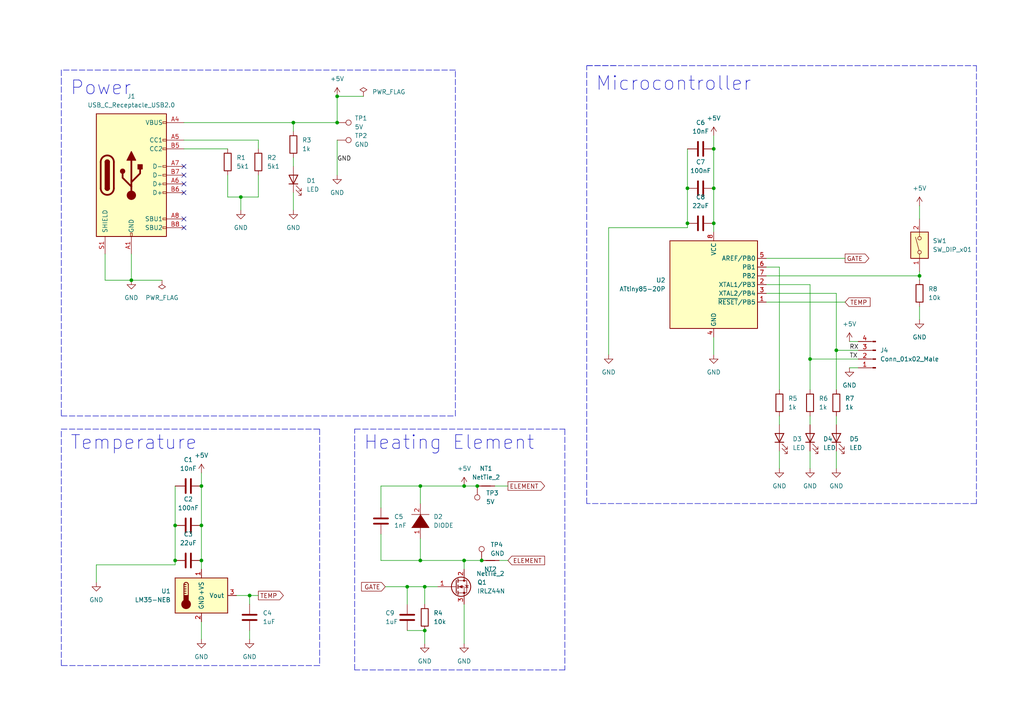
<source format=kicad_sch>
(kicad_sch (version 20211123) (generator eeschema)
  (paper "A4")
  (title_block (title "Mug Warmer Plate") (date "2022-05-13") (rev "0.1") (company "KMBS Labs"))
  (lib_symbols
    (symbol "Connector:Conn_01x04_Male" (pin_names (offset 1.016) hide)
      (property "Reference" "J" (at 0 5.08 0))
      (property "Value" "Conn_01x04_Male" (at 0 -7.62 0))
      (symbol "Conn_01x04_Male_1_1"
        (polyline (pts (xy 1.27 -5.08) (xy 0.8636 -5.08)) (stroke (width 0.1524)))
        (polyline (pts (xy 1.27 -2.54) (xy 0.8636 -2.54)) (stroke (width 0.1524)))
        (polyline (pts (xy 1.27 0) (xy 0.8636 0)) (stroke (width 0.1524)))
        (polyline (pts (xy 1.27 2.54) (xy 0.8636 2.54)) (stroke (width 0.1524)))
        (rectangle (start 0.8636 -4.953) (end 0 -5.207) (stroke (width 0.1524)) (fill (type outline)))
        (rectangle (start 0.8636 -2.413) (end 0 -2.667) (stroke (width 0.1524)) (fill (type outline)))
        (rectangle (start 0.8636 0.127) (end 0 -0.127) (stroke (width 0.1524)) (fill (type outline)))
        (rectangle (start 0.8636 2.667) (end 0 2.413) (stroke (width 0.1524)) (fill (type outline)))
        (pin passive line (at 5.08 2.54 180) (length 3.81) (name "Pin_1") (number "1"))
        (pin passive line (at 5.08 0 180) (length 3.81) (name "Pin_2") (number "2"))
        (pin passive line (at 5.08 -2.54 180) (length 3.81) (name "Pin_3") (number "3"))
        (pin passive line (at 5.08 -5.08 180) (length 3.81) (name "Pin_4") (number "4"))
      )
    )
    (symbol "Connector:TestPoint" (pin_numbers hide) (pin_names (offset 0.762) hide)
      (property "Reference" "TP" (at 0 6.858 0))
      (property "Value" "TestPoint" (at 0 5.08 0))
      (symbol "TestPoint_0_1"
        (circle (center 0 3.302) (radius 0.762))
      )
      (symbol "TestPoint_1_1"
        (pin passive line (at 0 0 90) (length 2.54) (name "1") (number "1"))
      )
    )
    (symbol "Connector:USB_C_Receptacle_USB2.0" (pin_names (offset 1.016))
      (property "Reference" "J" (at -10.16 19.05 0))
      (property "Value" "USB_C_Receptacle_USB2.0" (at 19.05 19.05 0))
      (symbol "USB_C_Receptacle_USB2.0_0_0"
        (rectangle (start -0.254 -17.78) (end 0.254 -16.764))
        (rectangle (start 10.16 -14.986) (end 9.144 -15.494))
        (rectangle (start 10.16 -12.446) (end 9.144 -12.954))
        (rectangle (start 10.16 -4.826) (end 9.144 -5.334))
        (rectangle (start 10.16 -2.286) (end 9.144 -2.794))
        (rectangle (start 10.16 0.254) (end 9.144 -0.254))
        (rectangle (start 10.16 2.794) (end 9.144 2.286))
        (rectangle (start 10.16 7.874) (end 9.144 7.366))
        (rectangle (start 10.16 10.414) (end 9.144 9.906))
        (rectangle (start 10.16 15.494) (end 9.144 14.986))
      )
      (symbol "USB_C_Receptacle_USB2.0_0_1"
        (rectangle (start -10.16 17.78) (end 10.16 -17.78) (stroke (width 0.254)) (fill (type background)))
        (arc (start -8.89 -3.81) (mid -6.985 -5.715) (end -5.08 -3.81) (stroke (width 0.508)))
        (arc (start -7.62 -3.81) (mid -6.985 -4.445) (end -6.35 -3.81) (stroke (width 0.254)))
        (arc (start -7.62 -3.81) (mid -6.985 -4.445) (end -6.35 -3.81) (stroke (width 0.254)) (fill (type outline)))
        (rectangle (start -7.62 -3.81) (end -6.35 3.81) (stroke (width 0.254)) (fill (type outline)))
        (arc (start -6.35 3.81) (mid -6.985 4.445) (end -7.62 3.81) (stroke (width 0.254)))
        (arc (start -6.35 3.81) (mid -6.985 4.445) (end -7.62 3.81) (stroke (width 0.254)) (fill (type outline)))
        (arc (start -5.08 3.81) (mid -6.985 5.715) (end -8.89 3.81) (stroke (width 0.508)))
        (circle (center -2.54 1.143) (radius 0.635) (stroke (width 0.254)) (fill (type outline)))
        (circle (center 0 -5.842) (radius 1.27) (fill (type outline)))
        (polyline (pts (xy -8.89 -3.81) (xy -8.89 3.81)) (stroke (width 0.508)))
        (polyline (pts (xy -5.08 3.81) (xy -5.08 -3.81)) (stroke (width 0.508)))
        (polyline (pts (xy 0 -5.842) (xy 0 4.318)) (stroke (width 0.508)))
        (polyline (pts (xy 0 -3.302) (xy -2.54 -0.762) (xy -2.54 0.508)) (stroke (width 0.508)))
        (polyline (pts (xy 0 -2.032) (xy 2.54 0.508) (xy 2.54 1.778)) (stroke (width 0.508)))
        (polyline (pts (xy -1.27 4.318) (xy 0 6.858) (xy 1.27 4.318) (xy -1.27 4.318)) (stroke (width 0.254)) (fill (type outline)))
        (rectangle (start 1.905 1.778) (end 3.175 3.048) (stroke (width 0.254)) (fill (type outline)))
      )
      (symbol "USB_C_Receptacle_USB2.0_1_1"
        (pin passive line (at 0 -22.86 90) (length 5.08) (name "GND") (number "A1"))
        (pin passive line (at 0 -22.86 90) (length 5.08) hide (name "GND") (number "A12"))
        (pin passive line (at 15.24 15.24 180) (length 5.08) (name "VBUS") (number "A4"))
        (pin bidirectional line (at 15.24 10.16 180) (length 5.08) (name "CC1") (number "A5"))
        (pin bidirectional line (at 15.24 -2.54 180) (length 5.08) (name "D+") (number "A6"))
        (pin bidirectional line (at 15.24 2.54 180) (length 5.08) (name "D-") (number "A7"))
        (pin bidirectional line (at 15.24 -12.7 180) (length 5.08) (name "SBU1") (number "A8"))
        (pin passive line (at 15.24 15.24 180) (length 5.08) hide (name "VBUS") (number "A9"))
        (pin passive line (at 0 -22.86 90) (length 5.08) hide (name "GND") (number "B1"))
        (pin passive line (at 0 -22.86 90) (length 5.08) hide (name "GND") (number "B12"))
        (pin passive line (at 15.24 15.24 180) (length 5.08) hide (name "VBUS") (number "B4"))
        (pin bidirectional line (at 15.24 7.62 180) (length 5.08) (name "CC2") (number "B5"))
        (pin bidirectional line (at 15.24 -5.08 180) (length 5.08) (name "D+") (number "B6"))
        (pin bidirectional line (at 15.24 0 180) (length 5.08) (name "D-") (number "B7"))
        (pin bidirectional line (at 15.24 -15.24 180) (length 5.08) (name "SBU2") (number "B8"))
        (pin passive line (at 15.24 15.24 180) (length 5.08) hide (name "VBUS") (number "B9"))
        (pin passive line (at -7.62 -22.86 90) (length 5.08) (name "SHIELD") (number "S1"))
      )
    )
    (symbol "Device:C" (pin_numbers hide) (pin_names (offset 0.254))
      (property "Reference" "C" (at 0.635 2.54 0))
      (property "Value" "C" (at 0.635 -2.54 0))
      (symbol "C_0_1"
        (polyline (pts (xy -2.032 -0.762) (xy 2.032 -0.762)) (stroke (width 0.508)))
        (polyline (pts (xy -2.032 0.762) (xy 2.032 0.762)) (stroke (width 0.508)))
      )
      (symbol "C_1_1"
        (pin passive line (at 0 3.81 270) (length 2.794) (name "~") (number "1"))
        (pin passive line (at 0 -3.81 90) (length 2.794) (name "~") (number "2"))
      )
    )
    (symbol "Device:LED" (pin_numbers hide) (pin_names (offset 1.016) hide)
      (property "Reference" "D" (at 0 2.54 0))
      (property "Value" "LED" (at 0 -2.54 0))
      (symbol "LED_0_1"
        (polyline (pts (xy -1.27 -1.27) (xy -1.27 1.27)) (stroke (width 0.254)))
        (polyline (pts (xy -1.27 0) (xy 1.27 0)))
        (polyline (pts (xy 1.27 -1.27) (xy 1.27 1.27) (xy -1.27 0) (xy 1.27 -1.27)) (stroke (width 0.254)))
        (polyline (pts (xy -3.048 -0.762) (xy -4.572 -2.286) (xy -3.81 -2.286) (xy -4.572 -2.286) (xy -4.572 -1.524)))
        (polyline (pts (xy -1.778 -0.762) (xy -3.302 -2.286) (xy -2.54 -2.286) (xy -3.302 -2.286) (xy -3.302 -1.524)))
      )
      (symbol "LED_1_1"
        (pin passive line (at -3.81 0 0) (length 2.54) (name "K") (number "1"))
        (pin passive line (at 3.81 0 180) (length 2.54) (name "A") (number "2"))
      )
    )
    (symbol "Device:NetTie_2" (pin_numbers hide) (pin_names (offset 0) hide)
      (property "Reference" "NT" (at 0 1.27 0))
      (property "Value" "NetTie_2" (at 0 -1.27 0))
      (symbol "NetTie_2_0_1"
        (polyline (pts (xy -1.27 0) (xy 1.27 0)) (stroke (width 0.254)))
      )
      (symbol "NetTie_2_1_1"
        (pin passive line (at -2.54 0 0) (length 2.54) (name "1") (number "1"))
        (pin passive line (at 2.54 0 180) (length 2.54) (name "2") (number "2"))
      )
    )
    (symbol "Device:R" (pin_numbers hide) (pin_names (offset 0))
      (property "Reference" "R" (at 2.032 0 90))
      (property "Value" "R" (at 0 0 90))
      (symbol "R_0_1"
        (rectangle (start -1.016 -2.54) (end 1.016 2.54) (stroke (width 0.254)))
      )
      (symbol "R_1_1"
        (pin passive line (at 0 3.81 270) (length 1.27) (name "~") (number "1"))
        (pin passive line (at 0 -3.81 90) (length 1.27) (name "~") (number "2"))
      )
    )
    (symbol "MCU_Microchip_ATtiny:ATtiny85-20P"
      (property "Reference" "U" (at -12.7 13.97 0))
      (property "Value" "ATtiny85-20P" (at 2.54 -13.97 0))
      (symbol "ATtiny85-20P_0_1"
        (rectangle (start -12.7 -12.7) (end 12.7 12.7) (stroke (width 0.254)) (fill (type background)))
      )
      (symbol "ATtiny85-20P_1_1"
        (pin bidirectional line (at 15.24 -5.08 180) (length 2.54) (name "~{RESET}/PB5") (number "1"))
        (pin bidirectional line (at 15.24 0 180) (length 2.54) (name "XTAL1/PB3") (number "2"))
        (pin bidirectional line (at 15.24 -2.54 180) (length 2.54) (name "XTAL2/PB4") (number "3"))
        (pin power_in line (at 0 -15.24 90) (length 2.54) (name "GND") (number "4"))
        (pin bidirectional line (at 15.24 7.62 180) (length 2.54) (name "AREF/PB0") (number "5"))
        (pin bidirectional line (at 15.24 5.08 180) (length 2.54) (name "PB1") (number "6"))
        (pin bidirectional line (at 15.24 2.54 180) (length 2.54) (name "PB2") (number "7"))
        (pin power_in line (at 0 15.24 270) (length 2.54) (name "VCC") (number "8"))
      )
    )
    (symbol "Sensor_Temperature:LM35-NEB" (pin_names (offset 1.016))
      (property "Reference" "U" (at -6.35 6.35 0))
      (property "Value" "LM35-NEB" (at 1.27 6.35 0))
      (symbol "LM35-NEB_0_1"
        (rectangle (start -7.62 5.08) (end 7.62 -5.08) (stroke (width 0.254)) (fill (type background)))
        (circle (center -4.445 -2.54) (radius 1.27) (stroke (width 0.254)) (fill (type outline)))
        (rectangle (start -3.81 -1.905) (end -5.08 0) (stroke (width 0.254)) (fill (type outline)))
        (arc (start -3.81 3.175) (mid -4.445 3.81) (end -5.08 3.175) (stroke (width 0.254)))
        (polyline (pts (xy -5.08 0.635) (xy -4.445 0.635)) (stroke (width 0.254)))
        (polyline (pts (xy -5.08 1.27) (xy -4.445 1.27)) (stroke (width 0.254)))
        (polyline (pts (xy -5.08 1.905) (xy -4.445 1.905)) (stroke (width 0.254)))
        (polyline (pts (xy -5.08 2.54) (xy -4.445 2.54)) (stroke (width 0.254)))
        (polyline (pts (xy -5.08 3.175) (xy -5.08 0)) (stroke (width 0.254)))
        (polyline (pts (xy -5.08 3.175) (xy -4.445 3.175)) (stroke (width 0.254)))
        (polyline (pts (xy -3.81 3.175) (xy -3.81 0)) (stroke (width 0.254)))
      )
      (symbol "LM35-NEB_1_1"
        (pin power_in line (at 0 7.62 270) (length 2.54) (name "+VS") (number "1"))
        (pin power_in line (at 0 -7.62 90) (length 2.54) (name "GND") (number "2"))
        (pin output line (at 10.16 0 180) (length 2.54) (name "Vout") (number "3"))
      )
    )
    (symbol "Switch:SW_DIP_x01" (pin_names (offset 0) hide)
      (property "Reference" "SW" (at 0 3.81 0))
      (property "Value" "SW_DIP_x01" (at 0 -3.81 0))
      (symbol "SW_DIP_x01_0_0"
        (circle (center -2.032 0) (radius 0.508))
        (polyline (pts (xy -1.524 0.127) (xy 2.3622 1.1684)))
        (circle (center 2.032 0) (radius 0.508))
      )
      (symbol "SW_DIP_x01_0_1"
        (rectangle (start -3.81 2.54) (end 3.81 -2.54) (stroke (width 0.254)) (fill (type background)))
      )
      (symbol "SW_DIP_x01_1_1"
        (pin passive line (at -7.62 0 0) (length 5.08) (name "~") (number "1"))
        (pin passive line (at 7.62 0 180) (length 5.08) (name "~") (number "2"))
      )
    )
    (symbol "Transistor_FET:IRLZ44N" (pin_names hide)
      (property "Reference" "Q" (at 6.35 1.905 0))
      (property "Value" "IRLZ44N" (at 6.35 0 0))
      (symbol "IRLZ44N_0_1"
        (polyline (pts (xy 0.254 0) (xy -2.54 0)))
        (polyline (pts (xy 0.254 1.905) (xy 0.254 -1.905)) (stroke (width 0.254)))
        (polyline (pts (xy 0.762 -1.27) (xy 0.762 -2.286)) (stroke (width 0.254)))
        (polyline (pts (xy 0.762 0.508) (xy 0.762 -0.508)) (stroke (width 0.254)))
        (polyline (pts (xy 0.762 2.286) (xy 0.762 1.27)) (stroke (width 0.254)))
        (polyline (pts (xy 2.54 2.54) (xy 2.54 1.778)))
        (polyline (pts (xy 2.54 -2.54) (xy 2.54 0) (xy 0.762 0)))
        (polyline (pts (xy 0.762 -1.778) (xy 3.302 -1.778) (xy 3.302 1.778) (xy 0.762 1.778)))
        (polyline (pts (xy 1.016 0) (xy 2.032 0.381) (xy 2.032 -0.381) (xy 1.016 0)) (fill (type outline)))
        (polyline (pts (xy 2.794 0.508) (xy 2.921 0.381) (xy 3.683 0.381) (xy 3.81 0.254)))
        (polyline (pts (xy 3.302 0.381) (xy 2.921 -0.254) (xy 3.683 -0.254) (xy 3.302 0.381)))
        (circle (center 1.651 0) (radius 2.794) (stroke (width 0.254)))
        (circle (center 2.54 -1.778) (radius 0.254) (fill (type outline)))
        (circle (center 2.54 1.778) (radius 0.254) (fill (type outline)))
      )
      (symbol "IRLZ44N_1_1"
        (pin input line (at -5.08 0 0) (length 2.54) (name "G") (number "1"))
        (pin passive line (at 2.54 5.08 270) (length 2.54) (name "D") (number "2"))
        (pin passive line (at 2.54 -5.08 90) (length 2.54) (name "S") (number "3"))
      )
    )
    (symbol "power:+5V" (power) (pin_names (offset 0))
      (property "Value" "+5V" (at 0 3.556 0))
      (symbol "+5V_0_1"
        (polyline (pts (xy -0.762 1.27) (xy 0 2.54)))
        (polyline (pts (xy 0 0) (xy 0 2.54)))
        (polyline (pts (xy 0 2.54) (xy 0.762 1.27)))
      )
      (symbol "+5V_1_1"
        (pin power_in line (at 0 0 90) (length 0) hide (name "+5V") (number "1"))
      )
    )
    (symbol "power:GND" (power) (pin_names (offset 0))
      (property "Value" "GND" (at 0 -3.81 0))
      (symbol "GND_0_1"
        (polyline (pts (xy 0 0) (xy 0 -1.27) (xy 1.27 -1.27) (xy 0 -2.54) (xy -1.27 -1.27) (xy 0 -1.27)))
      )
      (symbol "GND_1_1"
        (pin power_in line (at 0 0 270) (length 0) hide (name "GND") (number "1"))
      )
    )
    (symbol "power:PWR_FLAG" (power) (pin_numbers hide) (pin_names (offset 0) hide)
      (property "Value" "PWR_FLAG" (at 0 3.81 0))
      (symbol "PWR_FLAG_0_0"
        (pin power_out line (at 0 0 90) (length 0) (name "pwr") (number "1"))
      )
      (symbol "PWR_FLAG_0_1"
        (polyline (pts (xy 0 0) (xy 0 1.27) (xy -1.016 1.905) (xy 0 2.54) (xy 1.016 1.905) (xy 0 1.27)))
      )
    )
    (symbol "pspice:DIODE" (pin_names (offset 1.016) hide)
      (property "Reference" "D" (at 0 3.81 0))
      (property "Value" "DIODE" (at 0 -4.445 0))
      (symbol "DIODE_0_1"
        (polyline (pts (xy 1.905 2.54) (xy 1.905 -2.54)))
        (polyline (pts (xy -1.905 2.54) (xy -1.905 -2.54) (xy 1.905 0)) (fill (type outline)))
      )
      (symbol "DIODE_1_1"
        (pin input line (at -5.08 0 0) (length 3.81) (name "K") (number "1"))
        (pin input line (at 5.08 0 180) (length 3.81) (name "A") (number "2"))
      )
    )
  )
  (junction (at 139.7 162.56))
  (junction (at 121.92 140.97))
  (junction (at 138.43 140.97))
  (junction (at 242.57 101.6))
  (junction (at 123.19 170.18))
  (junction (at 69.85 57.15))
  (junction (at 134.62 140.97))
  (junction (at 234.95 104.14))
  (junction (at 266.7 80.01))
  (junction (at 50.8 162.56))
  (junction (at 118.11 170.18))
  (junction (at 207.01 64.77))
  (junction (at 85.09 35.56))
  (junction (at 58.42 152.4))
  (junction (at 50.8 152.4))
  (junction (at 207.01 54.61))
  (junction (at 121.92 162.56))
  (junction (at 38.1 81.28))
  (junction (at 72.39 172.72))
  (junction (at 134.62 162.56))
  (junction (at 199.39 64.77))
  (junction (at 199.39 54.61))
  (junction (at 58.42 140.97))
  (junction (at 97.79 27.94))
  (junction (at 123.19 182.88))
  (junction (at 97.79 35.56))
  (junction (at 207.01 43.18))
  (junction (at 58.42 162.56))
  (no_connect (at 53.34 63.5))
  (no_connect (at 53.34 66.04))
  (no_connect (at 53.34 55.88))
  (no_connect (at 53.34 50.8))
  (no_connect (at 53.34 48.26))
  (no_connect (at 53.34 53.34))
  (wire (pts (xy 30.48 81.28) (xy 38.1 81.28)))
  (polyline (pts (xy 17.78 20.32) (xy 17.78 22.86)))
  (wire (pts (xy 50.8 152.4) (xy 50.8 162.56)))
  (wire (pts (xy 85.09 35.56) (xy 85.09 38.1)))
  (wire (pts (xy 85.09 55.88) (xy 85.09 60.96)))
  (wire (pts (xy 242.57 101.6) (xy 242.57 113.03)))
  (wire (pts (xy 199.39 66.04) (xy 199.39 64.77)))
  (wire (pts (xy 234.95 82.55) (xy 234.95 104.14)))
  (polyline (pts (xy 132.08 20.32) (xy 17.78 20.32)))
  (wire (pts (xy 97.79 27.94) (xy 97.79 35.56)))
  (wire (pts (xy 121.92 140.97) (xy 134.62 140.97)))
  (polyline (pts (xy 163.83 124.46) (xy 163.83 194.31)))
  (wire (pts (xy 74.93 50.8) (xy 74.93 57.15)))
  (polyline (pts (xy 283.21 146.05) (xy 170.18 146.05)))
  (wire (pts (xy 222.25 82.55) (xy 234.95 82.55)))
  (wire (pts (xy 207.01 43.18) (xy 207.01 54.61)))
  (wire (pts (xy 176.53 66.04) (xy 176.53 102.87)))
  (wire (pts (xy 139.7 162.56) (xy 134.62 162.56)))
  (wire (pts (xy 111.76 170.18) (xy 118.11 170.18)))
  (wire (pts (xy 147.32 162.56) (xy 144.78 162.56)))
  (wire (pts (xy 234.95 104.14) (xy 248.92 104.14)))
  (wire (pts (xy 266.7 88.9) (xy 266.7 92.71)))
  (wire (pts (xy 207.01 54.61) (xy 207.01 64.77)))
  (wire (pts (xy 207.01 64.77) (xy 207.01 67.31)))
  (wire (pts (xy 53.34 40.64) (xy 74.93 40.64)))
  (polyline (pts (xy 17.78 124.46) (xy 92.71 124.46)))
  (wire (pts (xy 118.11 182.88) (xy 123.19 182.88)))
  (polyline (pts (xy 102.87 194.31) (xy 102.87 124.46)))
  (polyline (pts (xy 170.18 19.05) (xy 283.21 19.05)))
  (wire (pts (xy 110.49 162.56) (xy 121.92 162.56)))
  (wire (pts (xy 85.09 45.72) (xy 85.09 48.26)))
  (wire (pts (xy 143.51 140.97) (xy 147.32 140.97)))
  (wire (pts (xy 58.42 140.97) (xy 58.42 152.4)))
  (wire (pts (xy 97.79 40.64) (xy 97.79 50.8)))
  (wire (pts (xy 207.01 97.79) (xy 207.01 102.87)))
  (wire (pts (xy 226.06 77.47) (xy 226.06 113.03)))
  (polyline (pts (xy 17.78 193.04) (xy 17.78 124.46)))
  (wire (pts (xy 176.53 66.04) (xy 199.39 66.04)))
  (polyline (pts (xy 170.18 19.05) (xy 179.07 19.05)))
  (wire (pts (xy 242.57 85.09) (xy 242.57 101.6)))
  (polyline (pts (xy 92.71 124.46) (xy 92.71 193.04)))
  (wire (pts (xy 66.04 50.8) (xy 66.04 57.15)))
  (wire (pts (xy 199.39 54.61) (xy 199.39 64.77)))
  (wire (pts (xy 123.19 170.18) (xy 123.19 175.26)))
  (wire (pts (xy 207.01 39.37) (xy 207.01 43.18)))
  (polyline (pts (xy 17.78 120.65) (xy 132.08 120.65)))
  (wire (pts (xy 110.49 154.94) (xy 110.49 162.56)))
  (wire (pts (xy 27.94 163.83) (xy 27.94 168.91)))
  (wire (pts (xy 66.04 57.15) (xy 69.85 57.15)))
  (wire (pts (xy 123.19 170.18) (xy 127 170.18)))
  (wire (pts (xy 234.95 120.65) (xy 234.95 123.19)))
  (wire (pts (xy 222.25 85.09) (xy 242.57 85.09)))
  (polyline (pts (xy 170.18 146.05) (xy 170.18 19.05)))
  (wire (pts (xy 246.38 99.06) (xy 248.92 99.06)))
  (wire (pts (xy 266.7 80.01) (xy 266.7 78.74)))
  (wire (pts (xy 38.1 73.66) (xy 38.1 81.28)))
  (wire (pts (xy 246.38 106.68) (xy 248.92 106.68)))
  (wire (pts (xy 234.95 130.81) (xy 234.95 135.89)))
  (wire (pts (xy 266.7 80.01) (xy 266.7 81.28)))
  (polyline (pts (xy 102.87 124.46) (xy 163.83 124.46)))
  (polyline (pts (xy 163.83 194.31) (xy 102.87 194.31)))
  (wire (pts (xy 234.95 104.14) (xy 234.95 113.03)))
  (wire (pts (xy 199.39 43.18) (xy 199.39 54.61)))
  (wire (pts (xy 242.57 130.81) (xy 242.57 135.89)))
  (wire (pts (xy 69.85 57.15) (xy 69.85 60.96)))
  (wire (pts (xy 58.42 180.34) (xy 58.42 185.42)))
  (wire (pts (xy 74.93 40.64) (xy 74.93 43.18)))
  (wire (pts (xy 121.92 156.21) (xy 121.92 162.56)))
  (wire (pts (xy 72.39 172.72) (xy 72.39 175.26)))
  (wire (pts (xy 74.93 57.15) (xy 69.85 57.15)))
  (wire (pts (xy 110.49 140.97) (xy 121.92 140.97)))
  (wire (pts (xy 38.1 81.28) (xy 46.99 81.28)))
  (wire (pts (xy 226.06 130.81) (xy 226.06 135.89)))
  (wire (pts (xy 72.39 182.88) (xy 72.39 185.42)))
  (wire (pts (xy 134.62 162.56) (xy 134.62 165.1)))
  (wire (pts (xy 50.8 163.83) (xy 50.8 162.56)))
  (wire (pts (xy 58.42 137.16) (xy 58.42 140.97)))
  (wire (pts (xy 222.25 87.63) (xy 245.11 87.63)))
  (wire (pts (xy 118.11 170.18) (xy 118.11 175.26)))
  (wire (pts (xy 123.19 182.88) (xy 123.19 186.69)))
  (wire (pts (xy 121.92 146.05) (xy 121.92 140.97)))
  (wire (pts (xy 27.94 163.83) (xy 50.8 163.83)))
  (wire (pts (xy 134.62 175.26) (xy 134.62 186.69)))
  (wire (pts (xy 134.62 140.97) (xy 138.43 140.97)))
  (wire (pts (xy 226.06 120.65) (xy 226.06 123.19)))
  (wire (pts (xy 68.58 172.72) (xy 72.39 172.72)))
  (wire (pts (xy 245.11 74.93) (xy 222.25 74.93)))
  (wire (pts (xy 72.39 172.72) (xy 74.93 172.72)))
  (wire (pts (xy 58.42 162.56) (xy 58.42 165.1)))
  (wire (pts (xy 266.7 59.69) (xy 266.7 63.5)))
  (polyline (pts (xy 283.21 19.05) (xy 283.21 146.05)))
  (wire (pts (xy 118.11 170.18) (xy 123.19 170.18)))
  (wire (pts (xy 53.34 35.56) (xy 85.09 35.56)))
  (wire (pts (xy 30.48 73.66) (xy 30.48 81.28)))
  (wire (pts (xy 50.8 140.97) (xy 50.8 152.4)))
  (polyline (pts (xy 17.78 22.86) (xy 17.78 120.65)))
  (polyline (pts (xy 132.08 120.65) (xy 132.08 20.32)))
  (polyline (pts (xy 92.71 193.04) (xy 17.78 193.04)))
  (wire (pts (xy 222.25 80.01) (xy 266.7 80.01)))
  (wire (pts (xy 97.79 27.94) (xy 105.41 27.94)))
  (wire (pts (xy 58.42 152.4) (xy 58.42 162.56)))
  (wire (pts (xy 85.09 35.56) (xy 97.79 35.56)))
  (wire (pts (xy 53.34 43.18) (xy 66.04 43.18)))
  (wire (pts (xy 222.25 77.47) (xy 226.06 77.47)))
  (wire (pts (xy 121.92 162.56) (xy 134.62 162.56)))
  (wire (pts (xy 242.57 101.6) (xy 248.92 101.6)))
  (wire (pts (xy 242.57 120.65) (xy 242.57 123.19)))
  (wire (pts (xy 110.49 147.32) (xy 110.49 140.97)))
  (text "Power" (at 20.32 27.94 0) (effects (font (size 4 4)) (justify left bottom)))
  (text "Microcontroller" (at 172.72 26.67 0) (effects (font (size 4 4)) (justify left bottom)))
  (text "Heating Element" (at 105.41 130.81 0) (effects (font (size 4 4)) (justify left bottom)))
  (text "Temperature" (at 20.32 130.81 0) (effects (font (size 4 4)) (justify left bottom)))
  (label "GND" (at 97.79 46.99 0))
  (label "TX" (at 246.38 104.14 0))
  (label "RX" (at 246.38 101.6 0))
  (global_label "TEMP" (shape output) (at 74.93 172.72 0) (property "Intersheet References" "${INTERSHEET_REFS}" (effects hide)))
  (global_label "TEMP" (shape input) (at 245.11 87.63 0) (property "Intersheet References" "${INTERSHEET_REFS}" (effects hide)))
  (global_label "ELEMENT" (shape input) (at 147.32 162.56 0) (property "Intersheet References" "${INTERSHEET_REFS}" (effects hide)))
  (global_label "ELEMENT" (shape output) (at 147.32 140.97 0) (property "Intersheet References" "${INTERSHEET_REFS}" (effects hide)))
  (global_label "GATE" (shape input) (at 111.76 170.18 180) (property "Intersheet References" "${INTERSHEET_REFS}" (effects hide)))
  (global_label "GATE" (shape output) (at 245.11 74.93 0) (property "Intersheet References" "${INTERSHEET_REFS}" (effects hide)))
  (symbol (lib_id "Device:C") (at 203.2 64.77 90) (unit 1)
    (property "Reference" "C8" (at 203.2 57.15 90))
    (property "Value" "22uF" (at 203.2 59.69 90))
    (property "Footprint" "Capacitor_THT:C_Radial_D10.0mm_H12.5mm_P5.00mm" (effects hide))
  )
  (symbol (lib_id "MCU_Microchip_ATtiny:ATtiny85-20P") (at 207.01 82.55 0) (unit 1)
    (property "Reference" "U2" (at 193.04 81.2799 0) (effects (justify right)))
    (property "Value" "ATtiny85-20P" (at 193.04 83.8199 0) (effects (justify right)))
    (property "Footprint" "Package_DIP:DIP-8_W7.62mm" (effects hide))
    (property "Datasheet" "http://ww1.microchip.com/downloads/en/DeviceDoc/atmel-2586-avr-8-bit-microcontroller-attiny25-attiny45-attiny85_datasheet.pdf" (effects hide))
  )
  (symbol (lib_id "Device:LED") (at 234.95 127 90) (unit 1)
    (property "Reference" "D4" (at 238.76 127.3174 90) (effects (justify right)))
    (property "Value" "LED" (at 238.76 129.8574 90) (effects (justify right)))
    (property "Footprint" "LED_THT:LED_D5.0mm" (effects hide))
  )
  (symbol (lib_id "power:+5V") (at 266.7 59.69 0) (unit 1)
    (property "Reference" "#PWR019" (effects hide))
    (property "Value" "+5V" (at 266.7 54.61 0))
  )
  (symbol (lib_id "power:PWR_FLAG") (at 105.41 27.94 0) (unit 1)
    (property "Reference" "#FLG0102" (effects hide))
    (property "Value" "PWR_FLAG" (at 107.95 26.6699 0) (effects (justify left)))
  )
  (symbol (lib_id "pspice:DIODE") (at 121.92 151.13 90) (unit 1)
    (property "Reference" "D2" (at 125.73 149.8599 90) (effects (justify right)))
    (property "Value" "DIODE" (at 125.73 152.3999 90) (effects (justify right)))
    (property "Footprint" "Diode_THT:D_DO-41_SOD81_P7.62mm_Horizontal" (effects hide))
  )
  (symbol (lib_id "power:GND") (at 242.57 135.89 0) (unit 1)
    (property "Reference" "#PWR018" (effects hide))
    (property "Value" "GND" (at 242.57 140.97 0))
  )
  (symbol (lib_id "Device:NetTie_2") (at 140.97 140.97 0) (unit 1)
    (property "Reference" "NT1" (at 140.97 135.89 0))
    (property "Value" "NetTie_2" (at 140.97 138.43 0))
    (property "Footprint" "NetTie:NetTie-2_SMD_Pad0.5mm" (effects hide))
  )
  (symbol (lib_id "power:GND") (at 134.62 186.69 0) (unit 1)
    (property "Reference" "#PWR012" (effects hide))
    (property "Value" "GND" (at 134.62 191.77 0))
  )
  (symbol (lib_id "Connector:TestPoint") (at 139.7 162.56 0) (unit 1)
    (property "Reference" "TP4" (at 142.24 157.9879 0) (effects (justify left)))
    (property "Value" "GND" (at 142.24 160.5279 0) (effects (justify left)))
    (property "Footprint" "TestPoint:TestPoint_Pad_2.0x2.0mm" (effects hide))
  )
  (symbol (lib_id "Device:R") (at 234.95 116.84 0) (unit 1)
    (property "Reference" "R6" (at 237.49 115.5699 0) (effects (justify left)))
    (property "Value" "1k" (at 237.49 118.1099 0) (effects (justify left)))
    (property "Footprint" "Resistor_THT:R_Axial_DIN0207_L6.3mm_D2.5mm_P10.16mm_Horizontal" (effects hide))
  )
  (symbol (lib_id "power:+5V") (at 97.79 27.94 0) (unit 1)
    (property "Reference" "#PWR08" (effects hide))
    (property "Value" "+5V" (at 97.79 22.86 0))
  )
  (symbol (lib_id "power:GND") (at 85.09 60.96 0) (unit 1)
    (property "Reference" "#PWR07" (effects hide))
    (property "Value" "GND" (at 85.09 66.04 0))
  )
  (symbol (lib_id "Device:C") (at 110.49 151.13 180) (unit 1)
    (property "Reference" "C5" (at 114.3 149.8599 0) (effects (justify right)))
    (property "Value" "1nF" (at 114.3 152.3999 0) (effects (justify right)))
    (property "Footprint" "Capacitor_THT:C_Disc_D4.3mm_W1.9mm_P5.00mm" (effects hide))
  )
  (symbol (lib_id "power:GND") (at 246.38 106.68 0) (unit 1)
    (property "Reference" "#PWR0102" (effects hide))
    (property "Value" "GND" (at 246.38 111.76 0))
  )
  (symbol (lib_id "Device:C") (at 54.61 140.97 90) (unit 1)
    (property "Reference" "C1" (at 54.61 133.35 90))
    (property "Value" "10nF" (at 54.61 135.89 90))
    (property "Footprint" "Capacitor_THT:C_Disc_D4.3mm_W1.9mm_P5.00mm" (effects hide))
  )
  (symbol (lib_id "power:GND") (at 176.53 102.87 0) (unit 1)
    (property "Reference" "#PWR013" (effects hide))
    (property "Value" "GND" (at 176.53 107.95 0))
  )
  (symbol (lib_id "Device:LED") (at 85.09 52.07 90) (unit 1)
    (property "Reference" "D1" (at 88.9 52.3874 90) (effects (justify right)))
    (property "Value" "LED" (at 88.9 54.9274 90) (effects (justify right)))
    (property "Footprint" "LED_THT:LED_D5.0mm" (effects hide))
  )
  (symbol (lib_id "power:GND") (at 97.79 50.8 0) (unit 1)
    (property "Reference" "#PWR09" (effects hide))
    (property "Value" "GND" (at 97.79 55.88 0))
  )
  (symbol (lib_id "power:GND") (at 27.94 168.91 0) (unit 1)
    (property "Reference" "#PWR01" (effects hide))
    (property "Value" "GND" (at 27.94 173.99 0))
  )
  (symbol (lib_id "Connector:Conn_01x04_Male") (at 254 104.14 180) (unit 1)
    (property "Reference" "J4" (at 255.27 101.5999 0) (effects (justify right)))
    (property "Value" "Conn_01x02_Male" (at 255.27 104.1399 0) (effects (justify right)))
    (property "Footprint" "Connector_PinHeader_2.54mm:PinHeader_1x04_P2.54mm_Vertical" (effects hide))
  )
  (symbol (lib_id "power:GND") (at 266.7 92.71 0) (unit 1)
    (property "Reference" "#PWR020" (effects hide))
    (property "Value" "GND" (at 266.7 97.79 0))
  )
  (symbol (lib_id "Device:R") (at 123.19 179.07 0) (unit 1)
    (property "Reference" "R4" (at 125.73 177.7999 0) (effects (justify left)))
    (property "Value" "10k" (at 125.73 180.3399 0) (effects (justify left)))
    (property "Footprint" "Resistor_THT:R_Axial_DIN0207_L6.3mm_D2.5mm_P10.16mm_Horizontal" (effects hide))
  )
  (symbol (lib_id "power:+5V") (at 134.62 140.97 0) (unit 1)
    (property "Reference" "#PWR011" (effects hide))
    (property "Value" "+5V" (at 134.62 135.89 0))
  )
  (symbol (lib_id "Device:R") (at 226.06 116.84 0) (unit 1)
    (property "Reference" "R5" (at 228.6 115.5699 0) (effects (justify left)))
    (property "Value" "1k" (at 228.6 118.1099 0) (effects (justify left)))
    (property "Footprint" "Resistor_THT:R_Axial_DIN0207_L6.3mm_D2.5mm_P10.16mm_Horizontal" (effects hide))
  )
  (symbol (lib_id "Connector:USB_C_Receptacle_USB2.0") (at 38.1 50.8 0) (unit 1)
    (property "Reference" "J1" (at 38.1 27.94 0))
    (property "Value" "USB_C_Receptacle_USB2.0" (at 38.1 30.48 0))
    (property "Footprint" "USB_C_Power:TYPE-C-31-M-17" (effects hide))
    (property "Datasheet" "https://www.usb.org/sites/default/files/documents/usb_type-c.zip" (effects hide))
  )
  (symbol (lib_id "Device:C") (at 118.11 179.07 180) (unit 1)
    (property "Reference" "C9" (at 111.76 177.8 0) (effects (justify right)))
    (property "Value" "1uF" (at 111.76 180.34 0) (effects (justify right)))
    (property "Footprint" "Capacitor_THT:C_Disc_D4.3mm_W1.9mm_P5.00mm" (effects hide))
  )
  (symbol (lib_id "Connector:TestPoint") (at 97.79 40.64 270) (unit 1)
    (property "Reference" "TP2" (at 102.87 39.3699 90) (effects (justify left)))
    (property "Value" "GND" (at 102.87 41.9099 90) (effects (justify left)))
    (property "Footprint" "TestPoint:TestPoint_Pad_2.0x2.0mm" (effects hide))
  )
  (symbol (lib_id "power:GND") (at 207.01 102.87 0) (unit 1)
    (property "Reference" "#PWR015" (effects hide))
    (property "Value" "GND" (at 207.01 107.95 0))
  )
  (symbol (lib_id "Device:LED") (at 242.57 127 90) (unit 1)
    (property "Reference" "D5" (at 246.38 127.3174 90) (effects (justify right)))
    (property "Value" "LED" (at 246.38 129.8574 90) (effects (justify right)))
    (property "Footprint" "LED_THT:LED_D5.0mm" (effects hide))
  )
  (symbol (lib_id "Device:C") (at 54.61 162.56 90) (unit 1)
    (property "Reference" "C3" (at 54.61 154.94 90))
    (property "Value" "22uF" (at 54.61 157.48 90))
    (property "Footprint" "Capacitor_THT:C_Radial_D10.0mm_H12.5mm_P5.00mm" (effects hide))
  )
  (symbol (lib_id "power:GND") (at 226.06 135.89 0) (unit 1)
    (property "Reference" "#PWR016" (effects hide))
    (property "Value" "GND" (at 226.06 140.97 0))
  )
  (symbol (lib_id "Device:R") (at 242.57 116.84 0) (unit 1)
    (property "Reference" "R7" (at 245.11 115.5699 0) (effects (justify left)))
    (property "Value" "1k" (at 245.11 118.1099 0) (effects (justify left)))
    (property "Footprint" "Resistor_THT:R_Axial_DIN0207_L6.3mm_D2.5mm_P10.16mm_Horizontal" (effects hide))
  )
  (symbol (lib_id "Switch:SW_DIP_x01") (at 266.7 71.12 90) (unit 1)
    (property "Reference" "SW1" (at 270.51 69.8499 90) (effects (justify right)))
    (property "Value" "SW_DIP_x01" (at 270.51 72.3899 90) (effects (justify right)))
    (property "Footprint" "Button_Switch_THT:SW_PUSH_6mm_H4.3mm" (effects hide))
  )
  (symbol (lib_id "Device:LED") (at 226.06 127 90) (unit 1)
    (property "Reference" "D3" (at 229.87 127.3174 90) (effects (justify right)))
    (property "Value" "LED" (at 229.87 129.8574 90) (effects (justify right)))
    (property "Footprint" "LED_THT:LED_D5.0mm" (effects hide))
  )
  (symbol (lib_id "Device:R") (at 66.04 46.99 0) (unit 1)
    (property "Reference" "R1" (at 68.58 45.7199 0) (effects (justify left)))
    (property "Value" "5k1" (at 68.58 48.2599 0) (effects (justify left)))
    (property "Footprint" "Resistor_THT:R_Axial_DIN0207_L6.3mm_D2.5mm_P10.16mm_Horizontal" (effects hide))
  )
  (symbol (lib_id "power:GND") (at 69.85 60.96 0) (unit 1)
    (property "Reference" "#PWR05" (effects hide))
    (property "Value" "GND" (at 69.85 66.04 0))
  )
  (symbol (lib_id "Device:R") (at 74.93 46.99 0) (unit 1)
    (property "Reference" "R2" (at 77.47 45.7199 0) (effects (justify left)))
    (property "Value" "5k1" (at 77.47 48.2599 0) (effects (justify left)))
    (property "Footprint" "Resistor_THT:R_Axial_DIN0207_L6.3mm_D2.5mm_P10.16mm_Horizontal" (effects hide))
  )
  (symbol (lib_id "Device:C") (at 54.61 152.4 90) (unit 1)
    (property "Reference" "C2" (at 54.61 144.78 90))
    (property "Value" "100nF" (at 54.61 147.32 90))
    (property "Footprint" "Capacitor_THT:C_Disc_D4.3mm_W1.9mm_P5.00mm" (effects hide))
  )
  (symbol (lib_id "power:GND") (at 123.19 186.69 0) (unit 1)
    (property "Reference" "#PWR010" (effects hide))
    (property "Value" "GND" (at 123.19 191.77 0))
  )
  (symbol (lib_id "Device:C") (at 72.39 179.07 180) (unit 1)
    (property "Reference" "C4" (at 76.2 177.7999 0) (effects (justify right)))
    (property "Value" "1uF" (at 76.2 180.3399 0) (effects (justify right)))
    (property "Footprint" "Capacitor_THT:C_Radial_D10.0mm_H12.5mm_P5.00mm" (effects hide))
  )
  (symbol (lib_id "power:GND") (at 234.95 135.89 0) (unit 1)
    (property "Reference" "#PWR017" (effects hide))
    (property "Value" "GND" (at 234.95 140.97 0))
  )
  (symbol (lib_id "Device:R") (at 85.09 41.91 0) (unit 1)
    (property "Reference" "R3" (at 87.63 40.6399 0) (effects (justify left)))
    (property "Value" "1k" (at 87.63 43.1799 0) (effects (justify left)))
    (property "Footprint" "Resistor_THT:R_Axial_DIN0207_L6.3mm_D2.5mm_P10.16mm_Horizontal" (effects hide))
  )
  (symbol (lib_id "power:GND") (at 38.1 81.28 0) (unit 1)
    (property "Reference" "#PWR02" (effects hide))
    (property "Value" "GND" (at 38.1 86.36 0))
  )
  (symbol (lib_id "power:+5V") (at 58.42 137.16 0) (unit 1)
    (property "Reference" "#PWR03" (effects hide))
    (property "Value" "+5V" (at 58.42 132.08 0))
  )
  (symbol (lib_id "Transistor_FET:IRLZ44N") (at 132.08 170.18 0) (unit 1)
    (property "Reference" "Q1" (at 138.43 168.9099 0) (effects (justify left)))
    (property "Value" "IRLZ44N" (at 138.43 171.4499 0) (effects (justify left)))
    (property "Footprint" "Package_TO_SOT_THT:TO-220-3_Vertical" (effects hide))
    (property "Datasheet" "http://www.irf.com/product-info/datasheets/data/irlz44n.pdf" (effects hide))
  )
  (symbol (lib_id "Sensor_Temperature:LM35-NEB") (at 58.42 172.72 0) (unit 1)
    (property "Reference" "U1" (at 49.53 171.4499 0) (effects (justify right)))
    (property "Value" "LM35-NEB" (at 49.53 173.9899 0) (effects (justify right)))
    (property "Footprint" "Package_TO_SOT_THT:TO-220-3_Horizontal_TabDown" (effects hide))
    (property "Datasheet" "http://www.ti.com/lit/ds/symlink/lm35.pdf" (effects hide))
  )
  (symbol (lib_id "power:GND") (at 72.39 185.42 0) (unit 1)
    (property "Reference" "#PWR06" (effects hide))
    (property "Value" "GND" (at 72.39 190.5 0))
  )
  (symbol (lib_id "Device:NetTie_2") (at 142.24 162.56 0) (unit 1)
    (property "Reference" "NT2" (at 142.24 165.1 0))
    (property "Value" "NetTie_2" (at 142.24 166.37 0))
    (property "Footprint" "NetTie:NetTie-2_SMD_Pad0.5mm" (effects hide))
  )
  (symbol (lib_id "power:PWR_FLAG") (at 46.99 81.28 180) (unit 1)
    (property "Reference" "#FLG0101" (effects hide))
    (property "Value" "PWR_FLAG" (at 46.99 86.36 0))
  )
  (symbol (lib_id "power:GND") (at 58.42 185.42 0) (unit 1)
    (property "Reference" "#PWR04" (effects hide))
    (property "Value" "GND" (at 58.42 190.5 0))
  )
  (symbol (lib_id "power:+5V") (at 207.01 39.37 0) (unit 1)
    (property "Reference" "#PWR014" (effects hide))
    (property "Value" "+5V" (at 207.01 34.29 0))
  )
  (symbol (lib_id "Device:C") (at 203.2 43.18 90) (unit 1)
    (property "Reference" "C6" (at 203.2 35.56 90))
    (property "Value" "10nF" (at 203.2 38.1 90))
    (property "Footprint" "Capacitor_THT:C_Disc_D4.3mm_W1.9mm_P5.00mm" (effects hide))
  )
  (symbol (lib_id "Connector:TestPoint") (at 138.43 140.97 180) (unit 1)
    (property "Reference" "TP3" (at 140.97 143.0019 0) (effects (justify right)))
    (property "Value" "5V" (at 140.97 145.5419 0) (effects (justify right)))
    (property "Footprint" "TestPoint:TestPoint_Pad_2.0x2.0mm" (effects hide))
  )
  (symbol (lib_id "Device:R") (at 266.7 85.09 0) (unit 1)
    (property "Reference" "R8" (at 269.24 83.8199 0) (effects (justify left)))
    (property "Value" "10k" (at 269.24 86.3599 0) (effects (justify left)))
    (property "Footprint" "Resistor_THT:R_Axial_DIN0207_L6.3mm_D2.5mm_P10.16mm_Horizontal" (effects hide))
  )
  (symbol (lib_id "Connector:TestPoint") (at 97.79 35.56 270) (unit 1)
    (property "Reference" "TP1" (at 102.87 34.2899 90) (effects (justify left)))
    (property "Value" "5V" (at 102.87 36.8299 90) (effects (justify left)))
    (property "Footprint" "TestPoint:TestPoint_Pad_2.0x2.0mm" (effects hide))
  )
  (symbol (lib_id "Device:C") (at 203.2 54.61 90) (unit 1)
    (property "Reference" "C7" (at 203.2 46.99 90))
    (property "Value" "100nF" (at 203.2 49.53 90))
    (property "Footprint" "Capacitor_THT:C_Disc_D4.3mm_W1.9mm_P5.00mm" (effects hide))
  )
  (symbol (lib_id "power:+5V") (at 246.38 99.06 0) (unit 1)
    (property "Reference" "#PWR0101" (effects hide))
    (property "Value" "+5V" (at 246.38 93.98 0))
  )
)
</source>
